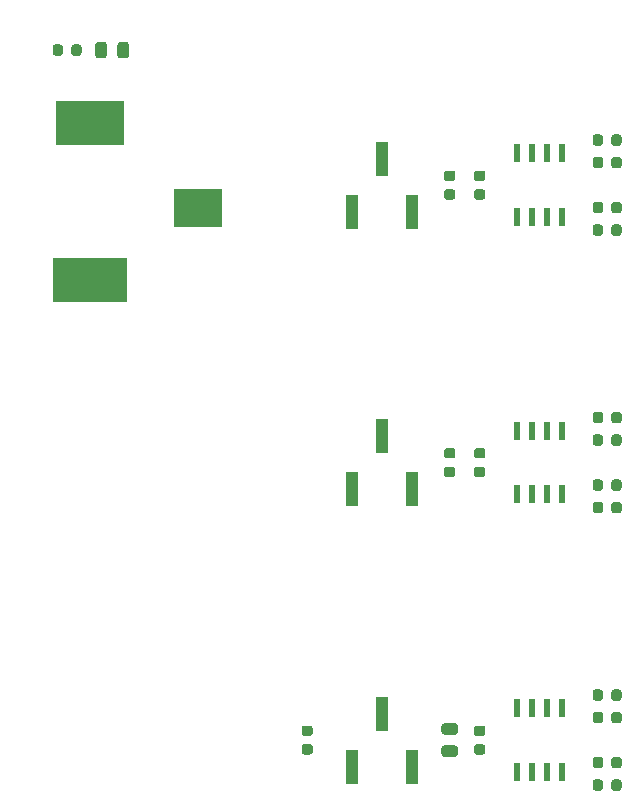
<source format=gbr>
%TF.GenerationSoftware,KiCad,Pcbnew,(5.1.7)-1*%
%TF.CreationDate,2021-04-26T16:00:27-05:00*%
%TF.ProjectId,PID Demo Board,50494420-4465-46d6-9f20-426f6172642e,1.0*%
%TF.SameCoordinates,Original*%
%TF.FileFunction,Paste,Top*%
%TF.FilePolarity,Positive*%
%FSLAX46Y46*%
G04 Gerber Fmt 4.6, Leading zero omitted, Abs format (unit mm)*
G04 Created by KiCad (PCBNEW (5.1.7)-1) date 2021-04-26 16:00:27*
%MOMM*%
%LPD*%
G01*
G04 APERTURE LIST*
%ADD10R,4.060000X3.300000*%
%ADD11R,5.760000X3.810000*%
%ADD12R,6.350000X3.810000*%
%ADD13R,1.000000X3.000000*%
%ADD14R,0.600000X1.550000*%
G04 APERTURE END LIST*
%TO.C,C1*%
G36*
G01*
X127285000Y-140078750D02*
X127285000Y-140591250D01*
G75*
G02*
X127066250Y-140810000I-218750J0D01*
G01*
X126628750Y-140810000D01*
G75*
G02*
X126410000Y-140591250I0J218750D01*
G01*
X126410000Y-140078750D01*
G75*
G02*
X126628750Y-139860000I218750J0D01*
G01*
X127066250Y-139860000D01*
G75*
G02*
X127285000Y-140078750I0J-218750D01*
G01*
G37*
G36*
G01*
X128860000Y-140078750D02*
X128860000Y-140591250D01*
G75*
G02*
X128641250Y-140810000I-218750J0D01*
G01*
X128203750Y-140810000D01*
G75*
G02*
X127985000Y-140591250I0J218750D01*
G01*
X127985000Y-140078750D01*
G75*
G02*
X128203750Y-139860000I218750J0D01*
G01*
X128641250Y-139860000D01*
G75*
G02*
X128860000Y-140078750I0J-218750D01*
G01*
G37*
%TD*%
%TO.C,C2*%
G36*
G01*
X127285000Y-141983750D02*
X127285000Y-142496250D01*
G75*
G02*
X127066250Y-142715000I-218750J0D01*
G01*
X126628750Y-142715000D01*
G75*
G02*
X126410000Y-142496250I0J218750D01*
G01*
X126410000Y-141983750D01*
G75*
G02*
X126628750Y-141765000I218750J0D01*
G01*
X127066250Y-141765000D01*
G75*
G02*
X127285000Y-141983750I0J-218750D01*
G01*
G37*
G36*
G01*
X128860000Y-141983750D02*
X128860000Y-142496250D01*
G75*
G02*
X128641250Y-142715000I-218750J0D01*
G01*
X128203750Y-142715000D01*
G75*
G02*
X127985000Y-142496250I0J218750D01*
G01*
X127985000Y-141983750D01*
G75*
G02*
X128203750Y-141765000I218750J0D01*
G01*
X128641250Y-141765000D01*
G75*
G02*
X128860000Y-141983750I0J-218750D01*
G01*
G37*
%TD*%
%TO.C,C3*%
G36*
G01*
X128860000Y-145793750D02*
X128860000Y-146306250D01*
G75*
G02*
X128641250Y-146525000I-218750J0D01*
G01*
X128203750Y-146525000D01*
G75*
G02*
X127985000Y-146306250I0J218750D01*
G01*
X127985000Y-145793750D01*
G75*
G02*
X128203750Y-145575000I218750J0D01*
G01*
X128641250Y-145575000D01*
G75*
G02*
X128860000Y-145793750I0J-218750D01*
G01*
G37*
G36*
G01*
X127285000Y-145793750D02*
X127285000Y-146306250D01*
G75*
G02*
X127066250Y-146525000I-218750J0D01*
G01*
X126628750Y-146525000D01*
G75*
G02*
X126410000Y-146306250I0J218750D01*
G01*
X126410000Y-145793750D01*
G75*
G02*
X126628750Y-145575000I218750J0D01*
G01*
X127066250Y-145575000D01*
G75*
G02*
X127285000Y-145793750I0J-218750D01*
G01*
G37*
%TD*%
%TO.C,C4*%
G36*
G01*
X128860000Y-147698750D02*
X128860000Y-148211250D01*
G75*
G02*
X128641250Y-148430000I-218750J0D01*
G01*
X128203750Y-148430000D01*
G75*
G02*
X127985000Y-148211250I0J218750D01*
G01*
X127985000Y-147698750D01*
G75*
G02*
X128203750Y-147480000I218750J0D01*
G01*
X128641250Y-147480000D01*
G75*
G02*
X128860000Y-147698750I0J-218750D01*
G01*
G37*
G36*
G01*
X127285000Y-147698750D02*
X127285000Y-148211250D01*
G75*
G02*
X127066250Y-148430000I-218750J0D01*
G01*
X126628750Y-148430000D01*
G75*
G02*
X126410000Y-148211250I0J218750D01*
G01*
X126410000Y-147698750D01*
G75*
G02*
X126628750Y-147480000I218750J0D01*
G01*
X127066250Y-147480000D01*
G75*
G02*
X127285000Y-147698750I0J-218750D01*
G01*
G37*
%TD*%
%TO.C,C5*%
G36*
G01*
X128860000Y-118488750D02*
X128860000Y-119001250D01*
G75*
G02*
X128641250Y-119220000I-218750J0D01*
G01*
X128203750Y-119220000D01*
G75*
G02*
X127985000Y-119001250I0J218750D01*
G01*
X127985000Y-118488750D01*
G75*
G02*
X128203750Y-118270000I218750J0D01*
G01*
X128641250Y-118270000D01*
G75*
G02*
X128860000Y-118488750I0J-218750D01*
G01*
G37*
G36*
G01*
X127285000Y-118488750D02*
X127285000Y-119001250D01*
G75*
G02*
X127066250Y-119220000I-218750J0D01*
G01*
X126628750Y-119220000D01*
G75*
G02*
X126410000Y-119001250I0J218750D01*
G01*
X126410000Y-118488750D01*
G75*
G02*
X126628750Y-118270000I218750J0D01*
G01*
X127066250Y-118270000D01*
G75*
G02*
X127285000Y-118488750I0J-218750D01*
G01*
G37*
%TD*%
%TO.C,C6*%
G36*
G01*
X127285000Y-116583750D02*
X127285000Y-117096250D01*
G75*
G02*
X127066250Y-117315000I-218750J0D01*
G01*
X126628750Y-117315000D01*
G75*
G02*
X126410000Y-117096250I0J218750D01*
G01*
X126410000Y-116583750D01*
G75*
G02*
X126628750Y-116365000I218750J0D01*
G01*
X127066250Y-116365000D01*
G75*
G02*
X127285000Y-116583750I0J-218750D01*
G01*
G37*
G36*
G01*
X128860000Y-116583750D02*
X128860000Y-117096250D01*
G75*
G02*
X128641250Y-117315000I-218750J0D01*
G01*
X128203750Y-117315000D01*
G75*
G02*
X127985000Y-117096250I0J218750D01*
G01*
X127985000Y-116583750D01*
G75*
G02*
X128203750Y-116365000I218750J0D01*
G01*
X128641250Y-116365000D01*
G75*
G02*
X128860000Y-116583750I0J-218750D01*
G01*
G37*
%TD*%
%TO.C,C7*%
G36*
G01*
X128860000Y-124203750D02*
X128860000Y-124716250D01*
G75*
G02*
X128641250Y-124935000I-218750J0D01*
G01*
X128203750Y-124935000D01*
G75*
G02*
X127985000Y-124716250I0J218750D01*
G01*
X127985000Y-124203750D01*
G75*
G02*
X128203750Y-123985000I218750J0D01*
G01*
X128641250Y-123985000D01*
G75*
G02*
X128860000Y-124203750I0J-218750D01*
G01*
G37*
G36*
G01*
X127285000Y-124203750D02*
X127285000Y-124716250D01*
G75*
G02*
X127066250Y-124935000I-218750J0D01*
G01*
X126628750Y-124935000D01*
G75*
G02*
X126410000Y-124716250I0J218750D01*
G01*
X126410000Y-124203750D01*
G75*
G02*
X126628750Y-123985000I218750J0D01*
G01*
X127066250Y-123985000D01*
G75*
G02*
X127285000Y-124203750I0J-218750D01*
G01*
G37*
%TD*%
%TO.C,C8*%
G36*
G01*
X127285000Y-122298750D02*
X127285000Y-122811250D01*
G75*
G02*
X127066250Y-123030000I-218750J0D01*
G01*
X126628750Y-123030000D01*
G75*
G02*
X126410000Y-122811250I0J218750D01*
G01*
X126410000Y-122298750D01*
G75*
G02*
X126628750Y-122080000I218750J0D01*
G01*
X127066250Y-122080000D01*
G75*
G02*
X127285000Y-122298750I0J-218750D01*
G01*
G37*
G36*
G01*
X128860000Y-122298750D02*
X128860000Y-122811250D01*
G75*
G02*
X128641250Y-123030000I-218750J0D01*
G01*
X128203750Y-123030000D01*
G75*
G02*
X127985000Y-122811250I0J218750D01*
G01*
X127985000Y-122298750D01*
G75*
G02*
X128203750Y-122080000I218750J0D01*
G01*
X128641250Y-122080000D01*
G75*
G02*
X128860000Y-122298750I0J-218750D01*
G01*
G37*
%TD*%
%TO.C,C9*%
G36*
G01*
X127285000Y-93088750D02*
X127285000Y-93601250D01*
G75*
G02*
X127066250Y-93820000I-218750J0D01*
G01*
X126628750Y-93820000D01*
G75*
G02*
X126410000Y-93601250I0J218750D01*
G01*
X126410000Y-93088750D01*
G75*
G02*
X126628750Y-92870000I218750J0D01*
G01*
X127066250Y-92870000D01*
G75*
G02*
X127285000Y-93088750I0J-218750D01*
G01*
G37*
G36*
G01*
X128860000Y-93088750D02*
X128860000Y-93601250D01*
G75*
G02*
X128641250Y-93820000I-218750J0D01*
G01*
X128203750Y-93820000D01*
G75*
G02*
X127985000Y-93601250I0J218750D01*
G01*
X127985000Y-93088750D01*
G75*
G02*
X128203750Y-92870000I218750J0D01*
G01*
X128641250Y-92870000D01*
G75*
G02*
X128860000Y-93088750I0J-218750D01*
G01*
G37*
%TD*%
%TO.C,C10*%
G36*
G01*
X127285000Y-94993750D02*
X127285000Y-95506250D01*
G75*
G02*
X127066250Y-95725000I-218750J0D01*
G01*
X126628750Y-95725000D01*
G75*
G02*
X126410000Y-95506250I0J218750D01*
G01*
X126410000Y-94993750D01*
G75*
G02*
X126628750Y-94775000I218750J0D01*
G01*
X127066250Y-94775000D01*
G75*
G02*
X127285000Y-94993750I0J-218750D01*
G01*
G37*
G36*
G01*
X128860000Y-94993750D02*
X128860000Y-95506250D01*
G75*
G02*
X128641250Y-95725000I-218750J0D01*
G01*
X128203750Y-95725000D01*
G75*
G02*
X127985000Y-95506250I0J218750D01*
G01*
X127985000Y-94993750D01*
G75*
G02*
X128203750Y-94775000I218750J0D01*
G01*
X128641250Y-94775000D01*
G75*
G02*
X128860000Y-94993750I0J-218750D01*
G01*
G37*
%TD*%
%TO.C,C11*%
G36*
G01*
X128860000Y-98803750D02*
X128860000Y-99316250D01*
G75*
G02*
X128641250Y-99535000I-218750J0D01*
G01*
X128203750Y-99535000D01*
G75*
G02*
X127985000Y-99316250I0J218750D01*
G01*
X127985000Y-98803750D01*
G75*
G02*
X128203750Y-98585000I218750J0D01*
G01*
X128641250Y-98585000D01*
G75*
G02*
X128860000Y-98803750I0J-218750D01*
G01*
G37*
G36*
G01*
X127285000Y-98803750D02*
X127285000Y-99316250D01*
G75*
G02*
X127066250Y-99535000I-218750J0D01*
G01*
X126628750Y-99535000D01*
G75*
G02*
X126410000Y-99316250I0J218750D01*
G01*
X126410000Y-98803750D01*
G75*
G02*
X126628750Y-98585000I218750J0D01*
G01*
X127066250Y-98585000D01*
G75*
G02*
X127285000Y-98803750I0J-218750D01*
G01*
G37*
%TD*%
%TO.C,C12*%
G36*
G01*
X128860000Y-100708750D02*
X128860000Y-101221250D01*
G75*
G02*
X128641250Y-101440000I-218750J0D01*
G01*
X128203750Y-101440000D01*
G75*
G02*
X127985000Y-101221250I0J218750D01*
G01*
X127985000Y-100708750D01*
G75*
G02*
X128203750Y-100490000I218750J0D01*
G01*
X128641250Y-100490000D01*
G75*
G02*
X128860000Y-100708750I0J-218750D01*
G01*
G37*
G36*
G01*
X127285000Y-100708750D02*
X127285000Y-101221250D01*
G75*
G02*
X127066250Y-101440000I-218750J0D01*
G01*
X126628750Y-101440000D01*
G75*
G02*
X126410000Y-101221250I0J218750D01*
G01*
X126410000Y-100708750D01*
G75*
G02*
X126628750Y-100490000I218750J0D01*
G01*
X127066250Y-100490000D01*
G75*
G02*
X127285000Y-100708750I0J-218750D01*
G01*
G37*
%TD*%
%TO.C,C13*%
G36*
G01*
X114756250Y-145570000D02*
X113843750Y-145570000D01*
G75*
G02*
X113600000Y-145326250I0J243750D01*
G01*
X113600000Y-144838750D01*
G75*
G02*
X113843750Y-144595000I243750J0D01*
G01*
X114756250Y-144595000D01*
G75*
G02*
X115000000Y-144838750I0J-243750D01*
G01*
X115000000Y-145326250D01*
G75*
G02*
X114756250Y-145570000I-243750J0D01*
G01*
G37*
G36*
G01*
X114756250Y-143695000D02*
X113843750Y-143695000D01*
G75*
G02*
X113600000Y-143451250I0J243750D01*
G01*
X113600000Y-142963750D01*
G75*
G02*
X113843750Y-142720000I243750J0D01*
G01*
X114756250Y-142720000D01*
G75*
G02*
X115000000Y-142963750I0J-243750D01*
G01*
X115000000Y-143451250D01*
G75*
G02*
X114756250Y-143695000I-243750J0D01*
G01*
G37*
%TD*%
%TO.C,C14*%
G36*
G01*
X116583750Y-142920000D02*
X117096250Y-142920000D01*
G75*
G02*
X117315000Y-143138750I0J-218750D01*
G01*
X117315000Y-143576250D01*
G75*
G02*
X117096250Y-143795000I-218750J0D01*
G01*
X116583750Y-143795000D01*
G75*
G02*
X116365000Y-143576250I0J218750D01*
G01*
X116365000Y-143138750D01*
G75*
G02*
X116583750Y-142920000I218750J0D01*
G01*
G37*
G36*
G01*
X116583750Y-144495000D02*
X117096250Y-144495000D01*
G75*
G02*
X117315000Y-144713750I0J-218750D01*
G01*
X117315000Y-145151250D01*
G75*
G02*
X117096250Y-145370000I-218750J0D01*
G01*
X116583750Y-145370000D01*
G75*
G02*
X116365000Y-145151250I0J218750D01*
G01*
X116365000Y-144713750D01*
G75*
G02*
X116583750Y-144495000I218750J0D01*
G01*
G37*
%TD*%
%TO.C,C15*%
G36*
G01*
X116583750Y-119425000D02*
X117096250Y-119425000D01*
G75*
G02*
X117315000Y-119643750I0J-218750D01*
G01*
X117315000Y-120081250D01*
G75*
G02*
X117096250Y-120300000I-218750J0D01*
G01*
X116583750Y-120300000D01*
G75*
G02*
X116365000Y-120081250I0J218750D01*
G01*
X116365000Y-119643750D01*
G75*
G02*
X116583750Y-119425000I218750J0D01*
G01*
G37*
G36*
G01*
X116583750Y-121000000D02*
X117096250Y-121000000D01*
G75*
G02*
X117315000Y-121218750I0J-218750D01*
G01*
X117315000Y-121656250D01*
G75*
G02*
X117096250Y-121875000I-218750J0D01*
G01*
X116583750Y-121875000D01*
G75*
G02*
X116365000Y-121656250I0J218750D01*
G01*
X116365000Y-121218750D01*
G75*
G02*
X116583750Y-121000000I218750J0D01*
G01*
G37*
%TD*%
D10*
%TO.C,CON1*%
X92960000Y-99060000D03*
D11*
X83820000Y-91870000D03*
D12*
X83820000Y-105160000D03*
%TD*%
%TO.C,D1*%
G36*
G01*
X87150000Y-85268750D02*
X87150000Y-86181250D01*
G75*
G02*
X86906250Y-86425000I-243750J0D01*
G01*
X86418750Y-86425000D01*
G75*
G02*
X86175000Y-86181250I0J243750D01*
G01*
X86175000Y-85268750D01*
G75*
G02*
X86418750Y-85025000I243750J0D01*
G01*
X86906250Y-85025000D01*
G75*
G02*
X87150000Y-85268750I0J-243750D01*
G01*
G37*
G36*
G01*
X85275000Y-85268750D02*
X85275000Y-86181250D01*
G75*
G02*
X85031250Y-86425000I-243750J0D01*
G01*
X84543750Y-86425000D01*
G75*
G02*
X84300000Y-86181250I0J243750D01*
G01*
X84300000Y-85268750D01*
G75*
G02*
X84543750Y-85025000I243750J0D01*
G01*
X85031250Y-85025000D01*
G75*
G02*
X85275000Y-85268750I0J-243750D01*
G01*
G37*
%TD*%
%TO.C,R1*%
G36*
G01*
X83140000Y-85468750D02*
X83140000Y-85981250D01*
G75*
G02*
X82921250Y-86200000I-218750J0D01*
G01*
X82483750Y-86200000D01*
G75*
G02*
X82265000Y-85981250I0J218750D01*
G01*
X82265000Y-85468750D01*
G75*
G02*
X82483750Y-85250000I218750J0D01*
G01*
X82921250Y-85250000D01*
G75*
G02*
X83140000Y-85468750I0J-218750D01*
G01*
G37*
G36*
G01*
X81565000Y-85468750D02*
X81565000Y-85981250D01*
G75*
G02*
X81346250Y-86200000I-218750J0D01*
G01*
X80908750Y-86200000D01*
G75*
G02*
X80690000Y-85981250I0J218750D01*
G01*
X80690000Y-85468750D01*
G75*
G02*
X80908750Y-85250000I218750J0D01*
G01*
X81346250Y-85250000D01*
G75*
G02*
X81565000Y-85468750I0J-218750D01*
G01*
G37*
%TD*%
%TO.C,R2*%
G36*
G01*
X102491250Y-145370000D02*
X101978750Y-145370000D01*
G75*
G02*
X101760000Y-145151250I0J218750D01*
G01*
X101760000Y-144713750D01*
G75*
G02*
X101978750Y-144495000I218750J0D01*
G01*
X102491250Y-144495000D01*
G75*
G02*
X102710000Y-144713750I0J-218750D01*
G01*
X102710000Y-145151250D01*
G75*
G02*
X102491250Y-145370000I-218750J0D01*
G01*
G37*
G36*
G01*
X102491250Y-143795000D02*
X101978750Y-143795000D01*
G75*
G02*
X101760000Y-143576250I0J218750D01*
G01*
X101760000Y-143138750D01*
G75*
G02*
X101978750Y-142920000I218750J0D01*
G01*
X102491250Y-142920000D01*
G75*
G02*
X102710000Y-143138750I0J-218750D01*
G01*
X102710000Y-143576250D01*
G75*
G02*
X102491250Y-143795000I-218750J0D01*
G01*
G37*
%TD*%
%TO.C,R3*%
G36*
G01*
X114556250Y-98380000D02*
X114043750Y-98380000D01*
G75*
G02*
X113825000Y-98161250I0J218750D01*
G01*
X113825000Y-97723750D01*
G75*
G02*
X114043750Y-97505000I218750J0D01*
G01*
X114556250Y-97505000D01*
G75*
G02*
X114775000Y-97723750I0J-218750D01*
G01*
X114775000Y-98161250D01*
G75*
G02*
X114556250Y-98380000I-218750J0D01*
G01*
G37*
G36*
G01*
X114556250Y-96805000D02*
X114043750Y-96805000D01*
G75*
G02*
X113825000Y-96586250I0J218750D01*
G01*
X113825000Y-96148750D01*
G75*
G02*
X114043750Y-95930000I218750J0D01*
G01*
X114556250Y-95930000D01*
G75*
G02*
X114775000Y-96148750I0J-218750D01*
G01*
X114775000Y-96586250D01*
G75*
G02*
X114556250Y-96805000I-218750J0D01*
G01*
G37*
%TD*%
%TO.C,R4*%
G36*
G01*
X116583750Y-95930000D02*
X117096250Y-95930000D01*
G75*
G02*
X117315000Y-96148750I0J-218750D01*
G01*
X117315000Y-96586250D01*
G75*
G02*
X117096250Y-96805000I-218750J0D01*
G01*
X116583750Y-96805000D01*
G75*
G02*
X116365000Y-96586250I0J218750D01*
G01*
X116365000Y-96148750D01*
G75*
G02*
X116583750Y-95930000I218750J0D01*
G01*
G37*
G36*
G01*
X116583750Y-97505000D02*
X117096250Y-97505000D01*
G75*
G02*
X117315000Y-97723750I0J-218750D01*
G01*
X117315000Y-98161250D01*
G75*
G02*
X117096250Y-98380000I-218750J0D01*
G01*
X116583750Y-98380000D01*
G75*
G02*
X116365000Y-98161250I0J218750D01*
G01*
X116365000Y-97723750D01*
G75*
G02*
X116583750Y-97505000I218750J0D01*
G01*
G37*
%TD*%
%TO.C,R5*%
G36*
G01*
X114043750Y-119425000D02*
X114556250Y-119425000D01*
G75*
G02*
X114775000Y-119643750I0J-218750D01*
G01*
X114775000Y-120081250D01*
G75*
G02*
X114556250Y-120300000I-218750J0D01*
G01*
X114043750Y-120300000D01*
G75*
G02*
X113825000Y-120081250I0J218750D01*
G01*
X113825000Y-119643750D01*
G75*
G02*
X114043750Y-119425000I218750J0D01*
G01*
G37*
G36*
G01*
X114043750Y-121000000D02*
X114556250Y-121000000D01*
G75*
G02*
X114775000Y-121218750I0J-218750D01*
G01*
X114775000Y-121656250D01*
G75*
G02*
X114556250Y-121875000I-218750J0D01*
G01*
X114043750Y-121875000D01*
G75*
G02*
X113825000Y-121656250I0J218750D01*
G01*
X113825000Y-121218750D01*
G75*
G02*
X114043750Y-121000000I218750J0D01*
G01*
G37*
%TD*%
D13*
%TO.C,RV1*%
X106045000Y-122900000D03*
X108585000Y-118400000D03*
X111125000Y-122900000D03*
%TD*%
%TO.C,RV2*%
X111125000Y-99405000D03*
X108585000Y-94905000D03*
X106045000Y-99405000D03*
%TD*%
%TO.C,RV3*%
X111125000Y-146395000D03*
X108585000Y-141895000D03*
X106045000Y-146395000D03*
%TD*%
D14*
%TO.C,U1*%
X120015000Y-146845000D03*
X121285000Y-146845000D03*
X122555000Y-146845000D03*
X123825000Y-146845000D03*
X123825000Y-141445000D03*
X122555000Y-141445000D03*
X121285000Y-141445000D03*
X120015000Y-141445000D03*
%TD*%
%TO.C,U2*%
X120015000Y-117950000D03*
X121285000Y-117950000D03*
X122555000Y-117950000D03*
X123825000Y-117950000D03*
X123825000Y-123350000D03*
X122555000Y-123350000D03*
X121285000Y-123350000D03*
X120015000Y-123350000D03*
%TD*%
%TO.C,U3*%
X120015000Y-94455000D03*
X121285000Y-94455000D03*
X122555000Y-94455000D03*
X123825000Y-94455000D03*
X123825000Y-99855000D03*
X122555000Y-99855000D03*
X121285000Y-99855000D03*
X120015000Y-99855000D03*
%TD*%
M02*

</source>
